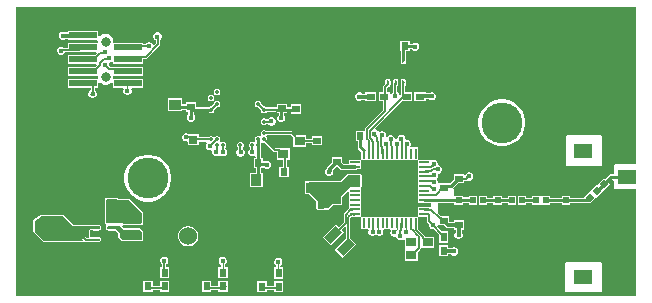
<source format=gtl>
G04*
G04 #@! TF.GenerationSoftware,Altium Limited,Altium Designer,22.8.2 (66)*
G04*
G04 Layer_Physical_Order=1*
G04 Layer_Color=255*
%FSLAX44Y44*%
%MOMM*%
G71*
G04*
G04 #@! TF.SameCoordinates,E765EAFB-E956-432D-8013-76C00557599A*
G04*
G04*
G04 #@! TF.FilePolarity,Positive*
G04*
G01*
G75*
%ADD13C,0.2540*%
%ADD15R,1.5000X1.2000*%
%ADD17R,0.8600X0.2200*%
%ADD18R,0.2200X0.8600*%
%ADD19R,0.6000X0.6400*%
%ADD20R,0.9000X1.0000*%
%ADD21R,0.6400X0.6000*%
%ADD22R,0.9000X0.8000*%
%ADD23R,0.7500X0.6000*%
G04:AMPARAMS|DCode=24|XSize=0.5mm|YSize=0.25mm|CornerRadius=0.125mm|HoleSize=0mm|Usage=FLASHONLY|Rotation=270.000|XOffset=0mm|YOffset=0mm|HoleType=Round|Shape=RoundedRectangle|*
%AMROUNDEDRECTD24*
21,1,0.5000,0.0000,0,0,270.0*
21,1,0.2500,0.2500,0,0,270.0*
1,1,0.2500,0.0000,-0.1250*
1,1,0.2500,0.0000,0.1250*
1,1,0.2500,0.0000,0.1250*
1,1,0.2500,0.0000,-0.1250*
%
%ADD24ROUNDEDRECTD24*%
%ADD25C,0.3500*%
%ADD26R,0.6000X0.7500*%
%ADD27R,0.4800X0.5400*%
%ADD28R,1.0000X0.9000*%
%ADD29R,0.5500X0.5400*%
%ADD30R,0.5400X0.5500*%
G04:AMPARAMS|DCode=31|XSize=0.54mm|YSize=0.48mm|CornerRadius=0mm|HoleSize=0mm|Usage=FLASHONLY|Rotation=225.000|XOffset=0mm|YOffset=0mm|HoleType=Round|Shape=Rectangle|*
%AMROTATEDRECTD31*
4,1,4,0.0212,0.3606,0.3606,0.0212,-0.0212,-0.3606,-0.3606,-0.0212,0.0212,0.3606,0.0*
%
%ADD31ROTATEDRECTD31*%

G04:AMPARAMS|DCode=32|XSize=0.54mm|YSize=0.55mm|CornerRadius=0mm|HoleSize=0mm|Usage=FLASHONLY|Rotation=315.000|XOffset=0mm|YOffset=0mm|HoleType=Round|Shape=Rectangle|*
%AMROTATEDRECTD32*
4,1,4,-0.3854,-0.0035,0.0035,0.3854,0.3854,0.0035,-0.0035,-0.3854,-0.3854,-0.0035,0.0*
%
%ADD32ROTATEDRECTD32*%

G04:AMPARAMS|DCode=33|XSize=0.75mm|YSize=1.4mm|CornerRadius=0mm|HoleSize=0mm|Usage=FLASHONLY|Rotation=315.000|XOffset=0mm|YOffset=0mm|HoleType=Round|Shape=Rectangle|*
%AMROTATEDRECTD33*
4,1,4,-0.7601,-0.2298,0.2298,0.7601,0.7601,0.2298,-0.2298,-0.7601,-0.7601,-0.2298,0.0*
%
%ADD33ROTATEDRECTD33*%

%ADD34R,0.7200X0.7600*%
G04:AMPARAMS|DCode=35|XSize=0.6mm|YSize=0.25mm|CornerRadius=0.05mm|HoleSize=0mm|Usage=FLASHONLY|Rotation=0.000|XOffset=0mm|YOffset=0mm|HoleType=Round|Shape=RoundedRectangle|*
%AMROUNDEDRECTD35*
21,1,0.6000,0.1500,0,0,0.0*
21,1,0.5000,0.2500,0,0,0.0*
1,1,0.1000,0.2500,-0.0750*
1,1,0.1000,-0.2500,-0.0750*
1,1,0.1000,-0.2500,0.0750*
1,1,0.1000,0.2500,0.0750*
%
%ADD35ROUNDEDRECTD35*%
%ADD36R,1.6000X0.6500*%
%ADD37R,2.4000X0.5600*%
%ADD38R,4.4500X4.4500*%
%ADD43R,1.3500X0.6500*%
%ADD56C,1.5240*%
%ADD58C,0.5000*%
%ADD59C,0.2501*%
%ADD60C,0.1270*%
%ADD61C,0.2032*%
%ADD62C,0.3048*%
%ADD63C,0.1016*%
%ADD64C,0.1524*%
%ADD65C,0.8128*%
%ADD66C,3.4544*%
%ADD67C,0.4500*%
G36*
X782821Y366098D02*
X764794D01*
X764016Y365776D01*
X763694Y364998D01*
Y358902D01*
X762835Y357657D01*
X761238D01*
X760354Y357481D01*
X759604Y356980D01*
X756390Y353766D01*
X755671Y354484D01*
X750416Y349229D01*
X749439Y348523D01*
X749299Y348662D01*
X744682Y344045D01*
X743973Y343336D01*
X743075Y342438D01*
X738572Y337935D01*
X727108D01*
Y339390D01*
X719676D01*
Y337890D01*
X709886D01*
Y339250D01*
X703356D01*
X702354Y339250D01*
X701084Y339250D01*
X694554D01*
Y337845D01*
X689806D01*
Y339250D01*
X682974D01*
Y331818D01*
X689806D01*
Y333223D01*
X694554D01*
Y331818D01*
X701084D01*
X702086Y331818D01*
X703356Y331818D01*
X709886D01*
Y333268D01*
X719676D01*
Y331858D01*
X727108D01*
Y333313D01*
X741008D01*
X741892Y333489D01*
X742430Y333848D01*
X743713Y332566D01*
X748330Y337183D01*
X749039Y337892D01*
X749937Y338790D01*
X754554Y343407D01*
X754541Y343420D01*
X755247Y344398D01*
X760502Y349653D01*
X759658Y350498D01*
X761674Y352515D01*
X763246Y352505D01*
X763694Y352044D01*
Y346456D01*
X764016Y345678D01*
X764794Y345356D01*
X782821D01*
Y254769D01*
X257309D01*
Y292121D01*
X257944Y499611D01*
X782821D01*
Y366098D01*
D02*
G37*
%LPC*%
G36*
X327468Y479050D02*
X301436D01*
Y477697D01*
X299695D01*
X299428Y477964D01*
X298134Y478500D01*
X296734D01*
X295440Y477964D01*
X294450Y476974D01*
X293914Y475680D01*
Y474280D01*
X294450Y472986D01*
X295440Y471996D01*
X296734Y471460D01*
X298134D01*
X299428Y471996D01*
X299949Y472517D01*
X301436D01*
Y471418D01*
X326447D01*
X326938Y470778D01*
Y469050D01*
X326815Y468890D01*
X301436D01*
Y464592D01*
X298576D01*
X297904Y465264D01*
X296610Y465800D01*
X295210D01*
X293916Y465264D01*
X292926Y464274D01*
X292390Y462980D01*
Y461580D01*
X292926Y460286D01*
X293916Y459296D01*
X295210Y458760D01*
X296610D01*
X297904Y459296D01*
X298894Y460286D01*
X299283Y461226D01*
X311017D01*
X311180Y461258D01*
X325819D01*
X326345Y459988D01*
X325087Y458730D01*
X301436D01*
Y451098D01*
X325819D01*
X326345Y449828D01*
X325087Y448570D01*
X301436D01*
Y440938D01*
X326815D01*
X326938Y440778D01*
Y439050D01*
X326447Y438410D01*
X301436D01*
Y430778D01*
X320897D01*
Y428817D01*
X320586Y428688D01*
X319596Y427698D01*
X319060Y426404D01*
Y425004D01*
X319596Y423710D01*
X320586Y422720D01*
X321880Y422184D01*
X323280D01*
X324574Y422720D01*
X325564Y423710D01*
X326100Y425004D01*
Y426404D01*
X325564Y427698D01*
X324574Y428688D01*
X324263Y428817D01*
Y430778D01*
X327468D01*
Y434869D01*
X328738Y435395D01*
X329472Y434661D01*
X330968Y433797D01*
X332638Y433350D01*
X334366D01*
X336036Y433797D01*
X337532Y434661D01*
X338266Y435395D01*
X339536Y434869D01*
Y430778D01*
X347941D01*
X348758Y429508D01*
X348524Y428944D01*
Y427544D01*
X349060Y426250D01*
X350050Y425260D01*
X351344Y424724D01*
X352744D01*
X354038Y425260D01*
X355028Y426250D01*
X355564Y427544D01*
Y428944D01*
X355330Y429508D01*
X356147Y430778D01*
X365568D01*
Y438410D01*
X340557D01*
X340066Y439050D01*
Y440778D01*
X340189Y440938D01*
X365568D01*
Y448570D01*
X350550D01*
X350387Y448602D01*
X337817D01*
X336768Y449388D01*
Y450788D01*
X336727Y450886D01*
X336742Y452156D01*
X337365Y452414D01*
X338036Y452692D01*
X338266Y452922D01*
X339536Y452396D01*
Y451098D01*
X365568D01*
Y455396D01*
X367360D01*
X368004Y455524D01*
X368550Y455889D01*
X379142Y466481D01*
X379507Y467027D01*
X379635Y467671D01*
Y471450D01*
X380428Y472243D01*
X380964Y473537D01*
Y474937D01*
X380428Y476231D01*
X379438Y477221D01*
X378144Y477757D01*
X376744D01*
X375450Y477221D01*
X374460Y476231D01*
X373924Y474937D01*
Y473537D01*
X374460Y472243D01*
X375450Y471253D01*
X376269Y470914D01*
Y468368D01*
X375022Y467121D01*
X373524Y467419D01*
X373316Y467921D01*
X372326Y468911D01*
X371032Y469447D01*
X369632D01*
X368338Y468911D01*
X367348Y467921D01*
X367219Y467610D01*
X365568D01*
Y468890D01*
X340189D01*
X340066Y469050D01*
Y470778D01*
X339619Y472448D01*
X338755Y473944D01*
X337532Y475167D01*
X336036Y476031D01*
X334366Y476478D01*
X332638D01*
X330968Y476031D01*
X329472Y475167D01*
X328738Y474433D01*
X327468Y474959D01*
Y479050D01*
D02*
G37*
G36*
X591118Y470504D02*
X583086D01*
Y462072D01*
X583309D01*
Y454355D01*
X583289Y454254D01*
X583310Y454151D01*
Y453004D01*
X583485Y452120D01*
X583986Y451370D01*
X584736Y450869D01*
X585620Y450694D01*
X586504Y450869D01*
X587254Y451370D01*
X587755Y452120D01*
X587930Y453004D01*
Y454071D01*
X587971Y454274D01*
Y462072D01*
X591118D01*
Y463604D01*
X592639D01*
X592646Y463588D01*
X593636Y462598D01*
X594930Y462062D01*
X596330D01*
X597624Y462598D01*
X598614Y463588D01*
X599150Y464882D01*
Y466282D01*
X598614Y467576D01*
X597624Y468566D01*
X596330Y469102D01*
X594930D01*
X593636Y468566D01*
X593336Y468266D01*
X591118D01*
Y470504D01*
D02*
G37*
G36*
X562896Y427434D02*
X553364D01*
Y426008D01*
X550774D01*
X550380Y426402D01*
X549086Y426938D01*
X547686D01*
X546392Y426402D01*
X545402Y425412D01*
X544866Y424118D01*
Y422718D01*
X545402Y421424D01*
X546392Y420434D01*
X547686Y419898D01*
X549086D01*
X550380Y420434D01*
X550774Y420828D01*
X553364D01*
Y419402D01*
X562896D01*
Y427434D01*
D02*
G37*
G36*
X585620Y438814D02*
X584736Y438638D01*
X583986Y438138D01*
X583485Y437388D01*
X583310Y436504D01*
Y434004D01*
X583485Y433120D01*
X583937Y432445D01*
Y427434D01*
X583590D01*
Y425039D01*
X582386Y424880D01*
X581850Y426174D01*
X580860Y427164D01*
X580676Y427240D01*
Y432319D01*
X580754Y432370D01*
X581255Y433120D01*
X581430Y434004D01*
Y436504D01*
X581255Y437388D01*
X580754Y438138D01*
X580004Y438638D01*
X579120Y438814D01*
X578236Y438638D01*
X577486Y438138D01*
X576986Y437388D01*
X576810Y436504D01*
Y434004D01*
X576986Y433120D01*
X577310Y432635D01*
Y427345D01*
X576872Y427164D01*
X575882Y426174D01*
X575666Y425653D01*
X574396Y425905D01*
Y427434D01*
X571913D01*
Y430917D01*
X572708Y431711D01*
X573504Y431870D01*
X574254Y432370D01*
X574754Y433120D01*
X574930Y434004D01*
Y436504D01*
X574754Y437388D01*
X574254Y438138D01*
X573504Y438638D01*
X572620Y438814D01*
X571736Y438638D01*
X570986Y438138D01*
X570485Y437388D01*
X570310Y436504D01*
Y434074D01*
X569040Y432804D01*
X568675Y432258D01*
X568547Y431614D01*
Y427434D01*
X564864D01*
Y419402D01*
X568547D01*
Y412177D01*
X553569Y397199D01*
X553204Y396653D01*
X553076Y396009D01*
Y394360D01*
X545214D01*
Y385928D01*
X546899D01*
Y381014D01*
X547077Y380122D01*
X547582Y379366D01*
X550084Y376864D01*
Y371104D01*
X550084Y369950D01*
X548930Y369950D01*
X539534D01*
Y366424D01*
X534993D01*
X533806Y367611D01*
Y371980D01*
X525374D01*
Y367611D01*
X521337Y363574D01*
X520776Y362734D01*
X520765Y362679D01*
X519907Y361821D01*
X519371Y360527D01*
Y359127D01*
X519907Y357833D01*
X520897Y356843D01*
X522191Y356307D01*
X523591D01*
X524885Y356843D01*
X525875Y357833D01*
X526411Y359127D01*
Y360527D01*
X526178Y361089D01*
X529036Y363948D01*
X530144D01*
X532089Y362003D01*
X532929Y361441D01*
X533920Y361244D01*
X544850D01*
X545841Y361441D01*
X546255Y361718D01*
X550166D01*
Y368714D01*
X550166Y369868D01*
X551320Y369868D01*
X597080D01*
X598234Y369868D01*
X598234Y368714D01*
Y357718D01*
Y345718D01*
Y333718D01*
X602637D01*
X602666Y333699D01*
X603550Y333523D01*
X608401D01*
X608754Y332994D01*
Y329950D01*
X598234D01*
Y322954D01*
X598234Y321800D01*
X597080Y321800D01*
X551320D01*
X550166Y321800D01*
X550166Y322954D01*
Y337718D01*
Y346767D01*
X550248Y346964D01*
Y356870D01*
X550166Y357067D01*
Y357950D01*
X549196D01*
X549148Y357970D01*
X538988D01*
X538210Y357648D01*
X532436Y351874D01*
X505714D01*
X505338Y351718D01*
X502492D01*
Y340686D01*
X505611D01*
X511980Y334316D01*
Y328676D01*
X512194Y328160D01*
Y327508D01*
X520226D01*
Y327576D01*
X522224D01*
X523002Y327898D01*
X526621Y331518D01*
X533806D01*
Y332292D01*
X533992Y332740D01*
Y338634D01*
X538361Y343003D01*
X539534Y342517D01*
Y337718D01*
Y328609D01*
X539460Y328559D01*
X535512Y324611D01*
X535147Y324065D01*
X535019Y323421D01*
Y317181D01*
X531020Y313183D01*
X528794Y315409D01*
X517457Y304072D01*
X524197Y297332D01*
X535534Y308669D01*
X533400Y310802D01*
X536190Y313591D01*
X537363Y313105D01*
Y303472D01*
X527710Y293819D01*
X534450Y287079D01*
X545787Y298416D01*
X540730Y303472D01*
Y320533D01*
X541915Y321718D01*
X543397D01*
X543560Y321686D01*
X543722Y321718D01*
X548930D01*
X550084Y321718D01*
X550084Y320564D01*
Y311168D01*
X555332D01*
X556180Y309898D01*
X556042Y309564D01*
Y308164D01*
X556578Y306870D01*
X557568Y305880D01*
X558862Y305344D01*
X560262D01*
X561556Y305880D01*
X562480Y306804D01*
X563338Y305947D01*
X564631Y305411D01*
X566032D01*
X567326Y305947D01*
X568316Y306937D01*
X568852Y308231D01*
Y309631D01*
X568741Y309898D01*
X569590Y311168D01*
X574279D01*
X574933Y309898D01*
X574584Y309056D01*
Y307656D01*
X575120Y306362D01*
X576110Y305372D01*
X577404Y304836D01*
X578804D01*
X579943Y303933D01*
X580200Y303314D01*
X581190Y302324D01*
X582484Y301788D01*
X583884D01*
X585178Y302324D01*
X585654Y302800D01*
X586924Y302274D01*
Y294870D01*
X586924Y294870D01*
Y293902D01*
X586924D01*
X586924Y293600D01*
Y283870D01*
X597956D01*
Y292029D01*
X599781Y293855D01*
X599962Y294126D01*
X600924Y294870D01*
X611956D01*
Y304902D01*
X604130D01*
X604130Y304903D01*
X603765Y305449D01*
X602204Y307011D01*
X602067Y307215D01*
X599761Y309521D01*
X599557Y309658D01*
X599000Y310214D01*
X598316Y311168D01*
X598316D01*
X598316Y311168D01*
Y320564D01*
X598316Y321718D01*
X599470Y321718D01*
X605532D01*
Y317749D01*
X605660Y317105D01*
X606025Y316559D01*
X607374Y315210D01*
X607350Y315152D01*
Y313752D01*
X607886Y312458D01*
X608876Y311468D01*
X610170Y310932D01*
X611570D01*
X611628Y310956D01*
X615744Y306839D01*
Y299688D01*
X623776D01*
Y309220D01*
X618125D01*
X614395Y312950D01*
X614448Y313151D01*
X614902Y314262D01*
X615685Y314418D01*
X615685Y314418D01*
X620313D01*
X621939Y312793D01*
X622779Y312231D01*
X623770Y312034D01*
X628244D01*
Y310608D01*
X629870D01*
Y308712D01*
X629476Y308318D01*
X628940Y307024D01*
Y305624D01*
X629476Y304330D01*
X630466Y303340D01*
X631760Y302804D01*
X633160D01*
X634454Y303340D01*
X635444Y304330D01*
X635980Y305624D01*
Y307024D01*
X635444Y308318D01*
X635050Y308712D01*
Y310608D01*
X636676D01*
Y318640D01*
X628244D01*
Y317214D01*
X624843D01*
X623976Y318081D01*
Y322450D01*
X617976D01*
X617776Y322490D01*
X617776Y322490D01*
X617603D01*
X614830Y325263D01*
X614950Y325866D01*
X615272Y326644D01*
Y332994D01*
X615625Y333523D01*
X628744D01*
Y331768D01*
X636176D01*
Y333523D01*
X641154D01*
Y331818D01*
X647986D01*
Y339250D01*
X641154D01*
Y338145D01*
X636176D01*
Y339300D01*
X629399D01*
X628744Y339300D01*
X628226Y340355D01*
Y345440D01*
X627904Y346218D01*
X628671Y347109D01*
X631540Y349978D01*
X636676D01*
Y351922D01*
X638822D01*
X638822Y351922D01*
X639615Y352080D01*
X640246Y352501D01*
X640650Y352334D01*
X642050D01*
X643344Y352870D01*
X644334Y353860D01*
X644870Y355154D01*
Y356554D01*
X644334Y357848D01*
X643344Y358838D01*
X642050Y359374D01*
X640650D01*
X639356Y358838D01*
X638366Y357848D01*
X637946Y356834D01*
X636676Y357087D01*
Y358010D01*
X628244D01*
Y353274D01*
X625405Y350435D01*
X621490D01*
X621265Y350390D01*
X616071D01*
X615507Y350448D01*
X614898Y351392D01*
Y351910D01*
X614362Y353204D01*
X614494Y354853D01*
X614621Y354980D01*
X615157Y356274D01*
Y357674D01*
X615523Y358223D01*
X615585D01*
X616879Y358759D01*
X617869Y359749D01*
X618405Y361043D01*
Y362443D01*
X617869Y363737D01*
X616879Y364727D01*
X615585Y365263D01*
X615354D01*
X615041Y365731D01*
Y367131D01*
X614506Y368425D01*
X613515Y369415D01*
X612222Y369951D01*
X610821D01*
X610136Y369667D01*
X608866Y369950D01*
Y369950D01*
X608866Y369950D01*
X599470D01*
X598316Y369950D01*
X598316Y371104D01*
Y380500D01*
X592206D01*
X591537Y381770D01*
X591875Y382586D01*
Y383986D01*
X591339Y385280D01*
X590349Y386270D01*
X589055Y386806D01*
X587655D01*
X587336Y387979D01*
Y388202D01*
X586801Y389496D01*
X585810Y390486D01*
X584517Y391022D01*
X583116D01*
X581823Y390486D01*
X580832Y389496D01*
X580297Y388202D01*
Y387403D01*
X579677Y387201D01*
X578576Y387796D01*
X578040Y389090D01*
X577050Y390080D01*
X575756Y390616D01*
X574356D01*
X573062Y390080D01*
X572324Y389342D01*
X572072Y389090D01*
X570974Y389652D01*
X571159Y390097D01*
Y391497D01*
X570623Y392791D01*
X569633Y393781D01*
X568339Y394317D01*
X566939D01*
X565645Y393781D01*
X565478Y393615D01*
X564233Y393862D01*
X564184Y393979D01*
X563194Y394969D01*
X562322Y395331D01*
X561873Y396679D01*
X584597Y419402D01*
X593122D01*
Y427434D01*
X587303D01*
Y432445D01*
X587755Y433120D01*
X587930Y434004D01*
Y436504D01*
X587755Y437388D01*
X587254Y438138D01*
X586504Y438638D01*
X585620Y438814D01*
D02*
G37*
G36*
X428323Y430032D02*
X427222D01*
X426206Y429611D01*
X425428Y428833D01*
X425006Y427816D01*
Y426716D01*
X425428Y425699D01*
X426206Y424921D01*
X427222Y424500D01*
X428323D01*
X429339Y424921D01*
X430117Y425699D01*
X430538Y426716D01*
Y427816D01*
X430117Y428833D01*
X429339Y429611D01*
X428323Y430032D01*
D02*
G37*
G36*
X604622Y427434D02*
X595090D01*
Y419402D01*
X604622D01*
Y420955D01*
X607593D01*
X607860Y420688D01*
X609154Y420152D01*
X610554D01*
X611848Y420688D01*
X612838Y421678D01*
X613374Y422972D01*
Y424372D01*
X612838Y425666D01*
X611848Y426656D01*
X610554Y427192D01*
X609154D01*
X607860Y426656D01*
X607339Y426135D01*
X604622D01*
Y427434D01*
D02*
G37*
G36*
X423323Y425032D02*
X422222D01*
X421206Y424611D01*
X420428Y423833D01*
X420006Y422816D01*
Y421716D01*
X420428Y420699D01*
X421206Y419921D01*
X422222Y419500D01*
X423323D01*
X424339Y419921D01*
X425117Y420699D01*
X425538Y421716D01*
Y422816D01*
X425117Y423833D01*
X424339Y424611D01*
X423323Y425032D01*
D02*
G37*
G36*
X398192Y421930D02*
X386160D01*
Y410898D01*
X398192D01*
Y412369D01*
X401930D01*
Y410684D01*
X403688D01*
Y408412D01*
X402908Y407632D01*
X402372Y406338D01*
Y404938D01*
X402908Y403644D01*
X403898Y402654D01*
X405192Y402118D01*
X406592D01*
X407886Y402654D01*
X408876Y403644D01*
X409412Y404938D01*
Y406338D01*
X408876Y407632D01*
X408350Y408158D01*
Y409582D01*
X408780Y409935D01*
X421192D01*
X421206Y409921D01*
X422222Y409500D01*
X423323D01*
X424339Y409921D01*
X425117Y410699D01*
X425538Y411716D01*
Y412468D01*
X427570Y414500D01*
X428323D01*
X429339Y414921D01*
X430117Y415699D01*
X430538Y416716D01*
Y417816D01*
X430117Y418833D01*
X429339Y419611D01*
X428323Y420032D01*
X427222D01*
X426206Y419611D01*
X425428Y418833D01*
X425006Y417816D01*
Y417064D01*
X422975Y415032D01*
X422222D01*
X421206Y414611D01*
X421192Y414597D01*
X410362D01*
Y418716D01*
X401930D01*
Y417031D01*
X398192D01*
Y421930D01*
D02*
G37*
G36*
X463323Y420032D02*
X462222D01*
X461206Y419611D01*
X460428Y418833D01*
X460006Y417816D01*
Y416716D01*
X460428Y415699D01*
X461206Y414921D01*
X462222Y414500D01*
X462975D01*
X465006Y412468D01*
Y411716D01*
X465428Y410699D01*
X466206Y409921D01*
X467222Y409500D01*
X468323D01*
X469339Y409921D01*
X470055Y410637D01*
X476198D01*
X476708Y410296D01*
X477600Y410119D01*
X478384D01*
Y409414D01*
X480108D01*
X480128Y408144D01*
X479362Y407378D01*
X478826Y406084D01*
Y404684D01*
X479362Y403390D01*
X480352Y402400D01*
X481646Y401864D01*
X483046D01*
X484340Y402400D01*
X485330Y403390D01*
X485866Y404684D01*
Y406084D01*
X485330Y407378D01*
X484804Y407904D01*
Y409414D01*
X486816D01*
Y410119D01*
X490576D01*
Y409070D01*
X499008D01*
Y417102D01*
X490576D01*
Y414781D01*
X486816D01*
Y417446D01*
X478384D01*
Y414781D01*
X477600D01*
X476708Y414603D01*
X476198Y414263D01*
X469688D01*
X469339Y414611D01*
X468323Y415032D01*
X467570D01*
X465538Y417064D01*
Y417816D01*
X465117Y418833D01*
X464339Y419611D01*
X463323Y420032D01*
D02*
G37*
G36*
X474664Y405856D02*
X473264D01*
X471970Y405320D01*
X470980Y404330D01*
X469663Y404287D01*
X469339Y404611D01*
X468323Y405032D01*
X467222D01*
X466206Y404611D01*
X465428Y403833D01*
X465006Y402816D01*
Y401716D01*
X465428Y400699D01*
X466206Y399921D01*
X467222Y399500D01*
X468323D01*
X469339Y399921D01*
X469692Y400274D01*
X470980Y400342D01*
X471970Y399352D01*
X473264Y398816D01*
X474664D01*
X475958Y399352D01*
X476948Y400342D01*
X477484Y401636D01*
Y403036D01*
X476948Y404330D01*
X475958Y405320D01*
X474664Y405856D01*
D02*
G37*
G36*
X468323Y395032D02*
X467222D01*
X466206Y394611D01*
X465428Y393833D01*
X465006Y392816D01*
Y391716D01*
X465428Y390699D01*
X465531Y390596D01*
X465633Y390447D01*
X465589Y390262D01*
X464907Y389813D01*
X464212Y389664D01*
X463323Y390032D01*
X462222D01*
X461206Y389611D01*
X460428Y388833D01*
X460006Y387816D01*
Y386716D01*
X460254Y386118D01*
X459671Y384959D01*
X459524Y384815D01*
X459172Y384680D01*
X458323Y385032D01*
X457222D01*
X456206Y384611D01*
X455428Y383833D01*
X455006Y382816D01*
Y381716D01*
X455428Y380699D01*
X455450Y380677D01*
X455714Y379412D01*
X454724Y378422D01*
X454188Y377128D01*
Y375728D01*
X454724Y374434D01*
X455714Y373444D01*
X457008Y372908D01*
X458408D01*
X459220Y373245D01*
X460490Y372573D01*
Y371246D01*
X458854D01*
Y362814D01*
X460539D01*
Y359076D01*
X455640D01*
Y347044D01*
X466672D01*
Y359076D01*
X465201D01*
Y362814D01*
X466886D01*
Y362814D01*
X468086Y362685D01*
X469380Y362149D01*
X470780D01*
X472074Y362685D01*
X473064Y363675D01*
X473600Y364969D01*
Y366369D01*
X473064Y367663D01*
X472074Y368653D01*
X470780Y369189D01*
X469380D01*
X468086Y368653D01*
X466886Y369216D01*
Y371246D01*
X465152D01*
Y380783D01*
X465538Y381716D01*
Y382816D01*
X465291Y383414D01*
X465874Y384572D01*
X466021Y384717D01*
X466373Y384852D01*
X467222Y384500D01*
X468158D01*
X475403Y377255D01*
X475949Y376890D01*
X476594Y376762D01*
X478354D01*
Y370064D01*
X484137D01*
Y364134D01*
X480706D01*
Y355702D01*
X488738D01*
Y364134D01*
X487503D01*
Y370064D01*
X489386D01*
Y380096D01*
X480238D01*
X480075Y380128D01*
X477291D01*
X470538Y386881D01*
Y387816D01*
X470117Y388833D01*
X470014Y388936D01*
X469636Y389488D01*
X470300Y390583D01*
X490487D01*
X492354Y388715D01*
Y381064D01*
X503386D01*
Y384397D01*
X508356D01*
Y382146D01*
X516788D01*
Y390178D01*
X508356D01*
Y387763D01*
X503386D01*
Y391096D01*
X494735D01*
X492374Y393456D01*
X491828Y393821D01*
X491184Y393949D01*
X470001D01*
X469339Y394611D01*
X468323Y395032D01*
D02*
G37*
G36*
X670983Y421092D02*
X667089D01*
X663269Y420332D01*
X659670Y418842D01*
X656432Y416678D01*
X653678Y413924D01*
X651514Y410686D01*
X650024Y407087D01*
X649264Y403267D01*
Y399373D01*
X650024Y395553D01*
X651514Y391954D01*
X653678Y388716D01*
X656432Y385962D01*
X659670Y383798D01*
X663269Y382308D01*
X667089Y381548D01*
X670983D01*
X674803Y382308D01*
X678401Y383798D01*
X681640Y385962D01*
X684394Y388716D01*
X686558Y391954D01*
X688048Y395553D01*
X688808Y399373D01*
Y403267D01*
X688048Y407087D01*
X686558Y410686D01*
X684394Y413924D01*
X681640Y416678D01*
X678401Y418842D01*
X674803Y420332D01*
X670983Y421092D01*
D02*
G37*
G36*
X402441Y392561D02*
X401041D01*
X399747Y392025D01*
X398757Y391035D01*
X398221Y389741D01*
Y388341D01*
X398757Y387047D01*
X399747Y386057D01*
X401041Y385521D01*
X402441D01*
X403308Y384941D01*
Y382100D01*
X412540D01*
Y385194D01*
X418806D01*
X419332Y383924D01*
X418944Y383536D01*
X418408Y382242D01*
Y380842D01*
X418944Y379548D01*
X419934Y378558D01*
X421228Y378022D01*
X422628D01*
X422752Y378073D01*
X423754Y377174D01*
Y375774D01*
X424290Y374480D01*
X425280Y373490D01*
X426574Y372954D01*
X427974D01*
X429268Y373490D01*
X430139Y374361D01*
X431050Y373450D01*
X432344Y372914D01*
X433744D01*
X435038Y373450D01*
X436028Y374440D01*
X436564Y375734D01*
Y377134D01*
X436028Y378428D01*
X435038Y379418D01*
X435116Y380673D01*
X435139Y380751D01*
X435538Y381716D01*
Y382816D01*
X435117Y383833D01*
X434339Y384611D01*
X433323Y385032D01*
X432222D01*
X431206Y384611D01*
X431102Y384507D01*
X430953Y384406D01*
X430768Y384450D01*
X430320Y385131D01*
X430170Y385827D01*
X430538Y386716D01*
Y387816D01*
X430117Y388833D01*
X429339Y389611D01*
X428323Y390032D01*
X427222D01*
X426206Y389611D01*
X426102Y389507D01*
X425272Y388939D01*
X424443Y389507D01*
X424339Y389611D01*
X423323Y390032D01*
X422222D01*
X421206Y389611D01*
X420933Y389338D01*
X412540D01*
Y391732D01*
X404028D01*
X403735Y392025D01*
X402441Y392561D01*
D02*
G37*
G36*
X448323Y385032D02*
X447222D01*
X446206Y384611D01*
X445428Y383833D01*
X445006Y382816D01*
Y381716D01*
X445428Y380699D01*
X445673Y380454D01*
X445808Y379158D01*
X444818Y378168D01*
X444282Y376874D01*
Y375474D01*
X444818Y374180D01*
X445808Y373190D01*
X447102Y372654D01*
X448502D01*
X449796Y373190D01*
X450786Y374180D01*
X451322Y375474D01*
Y376874D01*
X450786Y378168D01*
X449796Y379158D01*
X449884Y380466D01*
X450117Y380699D01*
X450538Y381716D01*
Y382816D01*
X450117Y383833D01*
X449339Y384611D01*
X448323Y385032D01*
D02*
G37*
G36*
X753110Y390609D02*
X724154D01*
X723376Y390287D01*
X723054Y389509D01*
Y384556D01*
Y370078D01*
Y365379D01*
X723376Y364601D01*
X724154Y364279D01*
X753110D01*
X753888Y364601D01*
X754210Y365379D01*
Y370332D01*
Y389509D01*
X753888Y390287D01*
X753110Y390609D01*
D02*
G37*
G36*
X681006Y339250D02*
X674174D01*
Y337755D01*
X669196D01*
Y339210D01*
X661764D01*
Y337845D01*
X656786D01*
Y339250D01*
X649954D01*
Y331818D01*
X656786D01*
Y333223D01*
X661764D01*
Y331678D01*
X669196D01*
Y333133D01*
X674174D01*
Y331818D01*
X681006D01*
Y339250D01*
D02*
G37*
G36*
X371263Y374102D02*
X367369D01*
X363549Y373342D01*
X359950Y371852D01*
X356712Y369688D01*
X353958Y366934D01*
X351794Y363695D01*
X350304Y360097D01*
X349544Y356277D01*
Y352383D01*
X350304Y348563D01*
X351794Y344964D01*
X353958Y341726D01*
X356712Y338972D01*
X359950Y336808D01*
X363549Y335318D01*
X367369Y334558D01*
X371263D01*
X375083Y335318D01*
X378681Y336808D01*
X381920Y338972D01*
X384674Y341726D01*
X386838Y344964D01*
X388328Y348563D01*
X389088Y352383D01*
Y356277D01*
X388328Y360097D01*
X386838Y363695D01*
X384674Y366934D01*
X381920Y369688D01*
X378681Y371852D01*
X375083Y373342D01*
X371263Y374102D01*
D02*
G37*
G36*
X578912Y342935D02*
X578218Y342797D01*
X577630Y342404D01*
X577237Y341816D01*
X577099Y341122D01*
Y337255D01*
X570726Y330882D01*
X570333Y330294D01*
X570195Y329600D01*
Y329438D01*
X570333Y328744D01*
X570726Y328156D01*
X571314Y327763D01*
X572008Y327625D01*
X572702Y327763D01*
X573290Y328156D01*
X573616Y328644D01*
X580194Y335222D01*
X580297Y335377D01*
X581575Y335665D01*
X581845Y335625D01*
X583334Y334137D01*
X583426Y333998D01*
X583565Y333905D01*
X586918Y330552D01*
X587506Y330159D01*
X588200Y330021D01*
X588894Y330159D01*
X589482Y330552D01*
X589875Y331140D01*
X590013Y331834D01*
X589875Y332528D01*
X589482Y333116D01*
X586036Y336562D01*
X586008Y336580D01*
X585990Y336608D01*
X580194Y342404D01*
X579606Y342797D01*
X578912Y342935D01*
D02*
G37*
G36*
X297688Y323426D02*
X279618Y323426D01*
X279332Y323307D01*
X279027Y323254D01*
X272968Y319398D01*
X272896Y319295D01*
X272780Y319247D01*
X272662Y318962D01*
X272484Y318708D01*
X272506Y318585D01*
X272458Y318470D01*
Y309118D01*
X272780Y308340D01*
X280908Y300212D01*
X281686Y299890D01*
X313931Y299890D01*
X314133Y299974D01*
X314352D01*
X314507Y300129D01*
X314709Y300212D01*
X314725Y300252D01*
X314745Y300275D01*
X315624Y300723D01*
X316074Y300825D01*
X316718Y300697D01*
X321724D01*
X321818Y300470D01*
X322978Y299989D01*
X327978D01*
X329138Y300470D01*
X329619Y301630D01*
Y303130D01*
X329138Y304290D01*
X327978Y304771D01*
X322978D01*
X321818Y304290D01*
X320632Y304746D01*
Y309932D01*
X320750Y310050D01*
X322830D01*
X322978Y309989D01*
X327978D01*
X328126Y310050D01*
X328168D01*
X328946Y310372D01*
X328975Y310402D01*
X329138Y310470D01*
X329619Y311630D01*
Y313130D01*
X329522Y313365D01*
Y313690D01*
X329200Y314468D01*
X328422Y314790D01*
X306779D01*
X305868Y315702D01*
X305539Y315837D01*
X305404Y316166D01*
X298466Y323104D01*
X297688Y323426D01*
D02*
G37*
G36*
X344244Y337232D02*
X333212D01*
Y335649D01*
X333164Y335534D01*
Y316230D01*
X333486Y315452D01*
X333728Y315352D01*
X334260Y314744D01*
X334253Y313865D01*
X334180Y313690D01*
Y311150D01*
X334502Y310372D01*
X335280Y310050D01*
X335830D01*
X335978Y309989D01*
X340978D01*
X341126Y310050D01*
X341936D01*
X344340Y307647D01*
Y304292D01*
X344662Y303514D01*
X346948Y301228D01*
X347726Y300906D01*
X364236D01*
X365014Y301228D01*
X365086Y301404D01*
X365124D01*
Y301495D01*
X365336Y302006D01*
Y309118D01*
X365124Y309629D01*
Y309936D01*
X364973D01*
X363490Y311420D01*
X362712Y311742D01*
X349451D01*
X347559Y313634D01*
X348085Y314904D01*
X365124D01*
Y315719D01*
X365336Y316230D01*
Y324612D01*
X365014Y325390D01*
X354092Y336312D01*
X353314Y336634D01*
X344244D01*
Y337232D01*
D02*
G37*
G36*
X404489Y313944D02*
X402215D01*
X400019Y313356D01*
X398049Y312218D01*
X396441Y310611D01*
X395304Y308641D01*
X394716Y306445D01*
Y304171D01*
X395304Y301975D01*
X396441Y300005D01*
X398049Y298398D01*
X400019Y297260D01*
X402215Y296672D01*
X404489D01*
X406685Y297260D01*
X408655Y298398D01*
X410262Y300005D01*
X411399Y301975D01*
X411988Y304171D01*
Y306445D01*
X411399Y308641D01*
X410262Y310611D01*
X408655Y312218D01*
X406685Y313356D01*
X404489Y313944D01*
D02*
G37*
G36*
X623776Y297720D02*
X615744D01*
Y288188D01*
X623776D01*
Y290364D01*
X625664D01*
X625666Y290360D01*
X626656Y289370D01*
X627950Y288834D01*
X629350D01*
X630644Y289370D01*
X631634Y290360D01*
X632170Y291654D01*
Y293054D01*
X631634Y294348D01*
X630644Y295338D01*
X629350Y295874D01*
X627950D01*
X627153Y295544D01*
X623776D01*
Y297720D01*
D02*
G37*
G36*
X433516Y287746D02*
X432116D01*
X430822Y287210D01*
X429832Y286220D01*
X429296Y284926D01*
Y283526D01*
X429832Y282232D01*
X430822Y281242D01*
X431166Y281099D01*
Y278994D01*
X429054D01*
Y269462D01*
X437086D01*
Y278994D01*
X434466D01*
Y281099D01*
X434810Y281242D01*
X435800Y282232D01*
X436336Y283526D01*
Y284926D01*
X435800Y286220D01*
X434810Y287210D01*
X433516Y287746D01*
D02*
G37*
G36*
X383986Y288000D02*
X382586D01*
X381292Y287464D01*
X380302Y286474D01*
X379766Y285180D01*
Y283780D01*
X380302Y282486D01*
X381292Y281496D01*
X381603Y281367D01*
Y278994D01*
X379524D01*
Y269462D01*
X387556D01*
Y278994D01*
X384969D01*
Y281367D01*
X385280Y281496D01*
X386270Y282486D01*
X386806Y283780D01*
Y285180D01*
X386270Y286474D01*
X385280Y287464D01*
X383986Y288000D01*
D02*
G37*
G36*
X480506Y286984D02*
X479106D01*
X477812Y286448D01*
X476822Y285458D01*
X476286Y284164D01*
Y282764D01*
X476822Y281470D01*
X477812Y280480D01*
X478156Y280337D01*
Y278740D01*
X476044D01*
Y269208D01*
X484076D01*
Y278740D01*
X481456D01*
Y280337D01*
X481800Y280480D01*
X482790Y281470D01*
X483326Y282764D01*
Y284164D01*
X482790Y285458D01*
X481800Y286448D01*
X480506Y286984D01*
D02*
G37*
G36*
X484076Y267240D02*
X476044D01*
Y262633D01*
X470106D01*
Y267240D01*
X462074D01*
Y257708D01*
X470106D01*
Y259267D01*
X476044D01*
Y257708D01*
X484076D01*
Y267240D01*
D02*
G37*
G36*
X437086Y267494D02*
X429054D01*
Y262633D01*
X423116D01*
Y267494D01*
X415084D01*
Y257962D01*
X423116D01*
Y259267D01*
X429054D01*
Y257962D01*
X437086D01*
Y267494D01*
D02*
G37*
G36*
X387556D02*
X379524D01*
Y262633D01*
X373586D01*
Y267494D01*
X365554D01*
Y257962D01*
X373586D01*
Y259267D01*
X379524D01*
Y257962D01*
X387556D01*
Y267494D01*
D02*
G37*
G36*
X752602Y283040D02*
X723646D01*
X722868Y282718D01*
X722546Y281940D01*
Y259334D01*
X722868Y258556D01*
X723355Y258355D01*
X723376Y258302D01*
X724154Y257980D01*
X753110D01*
X753888Y258302D01*
X754210Y259080D01*
Y281686D01*
X753888Y282464D01*
X753401Y282665D01*
X753380Y282718D01*
X752602Y283040D01*
D02*
G37*
%LPD*%
G36*
X549148Y347218D02*
Y346964D01*
X540766D01*
X539752Y345950D01*
X539534D01*
Y345732D01*
X532892Y339090D01*
Y332740D01*
X526288D01*
X522224Y328676D01*
X513080D01*
Y334772D01*
X505206Y342646D01*
Y350266D01*
X505714Y350774D01*
X532892D01*
X538988Y356870D01*
X549148D01*
Y347218D01*
D02*
G37*
G36*
X304626Y315388D02*
Y314924D01*
X305090D01*
X306324Y313690D01*
X328422D01*
Y311404D01*
X328168Y311150D01*
X320294D01*
X319532Y310388D01*
Y304292D01*
X319303Y304063D01*
X317415D01*
X313356Y308122D01*
X312810Y308487D01*
X312166Y308615D01*
X311909Y308564D01*
X311794Y308641D01*
X311150Y308769D01*
X310506Y308641D01*
X309960Y308276D01*
X309595Y307730D01*
X309467Y307086D01*
Y306932D01*
X309595Y306288D01*
X309960Y305742D01*
X310506Y305377D01*
X311150Y305249D01*
X311416Y305301D01*
X314457Y302260D01*
X313931Y300990D01*
X281686Y300990D01*
X273558Y309118D01*
Y318470D01*
X279618Y322326D01*
X297688Y322326D01*
X304626Y315388D01*
D02*
G37*
G36*
X364236Y324612D02*
Y316230D01*
X334264D01*
Y335534D01*
X353314D01*
X364236Y324612D01*
D02*
G37*
G36*
X348996Y310642D02*
X362712D01*
X364236Y309118D01*
Y302006D01*
X347726D01*
X345440Y304292D01*
Y308102D01*
X342392Y311150D01*
X335280D01*
Y313690D01*
X345948D01*
X348996Y310642D01*
D02*
G37*
D13*
X462870Y353142D02*
Y367030D01*
X469705Y366044D02*
X470080Y365669D01*
X462870Y367030D02*
X463856Y366044D01*
X469705D01*
X462821Y367079D02*
Y382217D01*
X462772Y382266D02*
X462821Y382217D01*
X621490Y348104D02*
X626370D01*
X632460Y354194D02*
Y355092D01*
X626370Y348104D02*
X632260Y353994D01*
X632460Y354194D01*
X549230Y389836D02*
X549284Y389890D01*
X549230Y381014D02*
Y389836D01*
Y381014D02*
X552030Y378214D01*
X619760Y346374D02*
X621490Y348104D01*
X482473Y412450D02*
X495680D01*
X391160Y416306D02*
X392766Y414700D01*
X406400Y414646D02*
Y415036D01*
X477600Y412450D02*
X482473D01*
Y413303D01*
Y405511D02*
Y412450D01*
Y413303D02*
X482600Y413430D01*
X482346Y405384D02*
X482473Y405511D01*
X406019Y405765D02*
Y414573D01*
X406146Y414700D01*
X405892Y405638D02*
X406019Y405765D01*
X392766Y414700D02*
X406146D01*
X406400Y414646D02*
X408780Y412266D01*
X422772D01*
X587102Y466288D02*
X587455Y465935D01*
X595277D01*
X595630Y465582D01*
X585620Y454254D02*
X585640Y454274D01*
Y465244D01*
X586740Y466344D01*
X462534Y352806D02*
X462870Y353142D01*
X495680Y412450D02*
X496570Y413340D01*
X462821Y367079D02*
X462870Y367030D01*
X462772Y382266D02*
Y387266D01*
D15*
X775316Y377530D02*
D03*
Y355530D02*
D03*
X738016Y377530D02*
D03*
Y270530D02*
D03*
D17*
X544850Y323834D02*
D03*
Y327834D02*
D03*
Y331834D02*
D03*
Y335834D02*
D03*
Y339834D02*
D03*
Y343834D02*
D03*
Y347834D02*
D03*
Y351834D02*
D03*
Y355834D02*
D03*
Y359834D02*
D03*
Y363834D02*
D03*
Y367834D02*
D03*
X603550D02*
D03*
Y363834D02*
D03*
Y359834D02*
D03*
Y355834D02*
D03*
Y351834D02*
D03*
Y347834D02*
D03*
Y343834D02*
D03*
Y339834D02*
D03*
Y335834D02*
D03*
Y331834D02*
D03*
Y327834D02*
D03*
Y323834D02*
D03*
D18*
X552200Y375184D02*
D03*
X556200D02*
D03*
X560200D02*
D03*
X564200D02*
D03*
X568200D02*
D03*
X572200D02*
D03*
X576200D02*
D03*
X580200D02*
D03*
X584200D02*
D03*
X588200D02*
D03*
X592200D02*
D03*
X596200D02*
D03*
Y316484D02*
D03*
X592200D02*
D03*
X588200D02*
D03*
X584200D02*
D03*
X580200D02*
D03*
X576200D02*
D03*
X572200D02*
D03*
X568200D02*
D03*
X564200D02*
D03*
X560200D02*
D03*
X556200D02*
D03*
X552200D02*
D03*
D19*
X587102Y466288D02*
D03*
X578302D02*
D03*
X484722Y359918D02*
D03*
X493522D02*
D03*
X462870Y367030D02*
D03*
X454070D02*
D03*
X549230Y390144D02*
D03*
X540430D02*
D03*
X516210Y331724D02*
D03*
X507410D02*
D03*
D20*
X461156Y353060D02*
D03*
X447656D02*
D03*
X325228Y331216D02*
D03*
X338728D02*
D03*
D21*
X512572Y386162D02*
D03*
Y377362D02*
D03*
X494792Y413086D02*
D03*
Y404286D02*
D03*
X482600Y413430D02*
D03*
Y422230D02*
D03*
X632460Y362794D02*
D03*
Y353994D02*
D03*
Y314624D02*
D03*
Y323424D02*
D03*
X619760Y355174D02*
D03*
Y346374D02*
D03*
Y318434D02*
D03*
Y327234D02*
D03*
X529590Y326734D02*
D03*
Y335534D02*
D03*
Y367964D02*
D03*
Y376764D02*
D03*
Y347644D02*
D03*
Y356444D02*
D03*
X406146Y414700D02*
D03*
Y423500D02*
D03*
D22*
X483870Y386080D02*
D03*
X497870D02*
D03*
Y375080D02*
D03*
X483870D02*
D03*
X592440Y288886D02*
D03*
X606440D02*
D03*
Y299886D02*
D03*
X592440D02*
D03*
D23*
X569630Y423418D02*
D03*
X558130D02*
D03*
X588356D02*
D03*
X599856D02*
D03*
D24*
X585620Y435254D02*
D03*
X579120D02*
D03*
X572620D02*
D03*
Y454254D02*
D03*
X579120D02*
D03*
X585620D02*
D03*
D25*
X467772Y387266D02*
D03*
Y392266D02*
D03*
Y397266D02*
D03*
Y402266D02*
D03*
Y407266D02*
D03*
Y412266D02*
D03*
Y417266D02*
D03*
Y422266D02*
D03*
X462772Y382266D02*
D03*
Y387266D02*
D03*
Y392266D02*
D03*
Y402266D02*
D03*
Y407266D02*
D03*
Y412266D02*
D03*
Y417266D02*
D03*
Y422266D02*
D03*
Y427266D02*
D03*
X457772Y382266D02*
D03*
Y387266D02*
D03*
Y427266D02*
D03*
X452772Y382266D02*
D03*
Y427266D02*
D03*
X447772Y382266D02*
D03*
Y387266D02*
D03*
Y427266D02*
D03*
X442772Y382266D02*
D03*
Y387266D02*
D03*
Y427266D02*
D03*
X437772Y382266D02*
D03*
Y427266D02*
D03*
X432772Y382266D02*
D03*
Y387266D02*
D03*
Y427266D02*
D03*
X427772Y382266D02*
D03*
Y387266D02*
D03*
Y392266D02*
D03*
Y402266D02*
D03*
Y407266D02*
D03*
Y412266D02*
D03*
Y417266D02*
D03*
Y422266D02*
D03*
Y427266D02*
D03*
X422772Y387266D02*
D03*
Y392266D02*
D03*
Y397266D02*
D03*
Y402266D02*
D03*
Y407266D02*
D03*
Y412266D02*
D03*
Y417266D02*
D03*
Y422266D02*
D03*
D26*
X480060Y273974D02*
D03*
Y262474D02*
D03*
X619760Y292954D02*
D03*
Y304454D02*
D03*
X466090Y262474D02*
D03*
Y273974D02*
D03*
X433070Y262728D02*
D03*
Y274228D02*
D03*
X383540Y262728D02*
D03*
Y274228D02*
D03*
X419100Y262728D02*
D03*
Y274228D02*
D03*
X369570Y262728D02*
D03*
Y274228D02*
D03*
D27*
X686390Y335534D02*
D03*
X677590D02*
D03*
X653370D02*
D03*
X644570D02*
D03*
D28*
X508508Y359702D02*
D03*
Y346202D02*
D03*
X392176Y416414D02*
D03*
Y429914D02*
D03*
X310642Y320440D02*
D03*
Y306940D02*
D03*
D29*
X698320Y335534D02*
D03*
X706120D02*
D03*
D30*
X665480Y343244D02*
D03*
Y335444D02*
D03*
X632460Y343334D02*
D03*
Y335534D02*
D03*
X723392Y327824D02*
D03*
Y335624D02*
D03*
D31*
X749237Y355663D02*
D03*
X755459Y349441D02*
D03*
D32*
X749264Y343372D02*
D03*
X743748Y337856D02*
D03*
D33*
X536749Y296117D02*
D03*
X526496Y306371D02*
D03*
D34*
X407924Y377116D02*
D03*
Y386916D02*
D03*
D35*
X338478Y317380D02*
D03*
Y312380D02*
D03*
Y307380D02*
D03*
Y302380D02*
D03*
X325478D02*
D03*
Y307380D02*
D03*
Y312380D02*
D03*
Y317380D02*
D03*
D36*
X356108Y305670D02*
D03*
Y319170D02*
D03*
D37*
X352552Y475234D02*
D03*
Y465074D02*
D03*
Y454914D02*
D03*
Y444754D02*
D03*
Y434594D02*
D03*
X314452Y475234D02*
D03*
Y465074D02*
D03*
Y454914D02*
D03*
Y444754D02*
D03*
Y434594D02*
D03*
D38*
X574200Y345834D02*
D03*
D43*
X579120Y444754D02*
D03*
D56*
X403352Y305308D02*
D03*
X423926D02*
D03*
X282956Y314325D02*
D03*
Y441325D02*
D03*
D58*
X575120Y444754D02*
D03*
X583120D02*
D03*
D59*
X749264Y343372D02*
X761238Y355346D01*
X603550Y335834D02*
X644270D01*
X644570Y335534D01*
X665480Y335444D02*
X677500D01*
X653370Y335534D02*
X665480D01*
X697738D02*
X697992Y335788D01*
X686390Y335534D02*
X697738D01*
X749264Y343372D02*
X749935D01*
X761238Y355346D02*
X774954D01*
X723945Y335579D02*
X723990Y335624D01*
X706165Y335579D02*
X723945D01*
X723990Y335624D02*
X741008D01*
X723392D02*
X723990D01*
X741008D02*
X742188Y336804D01*
X706120Y335534D02*
X706165Y335579D01*
X653288Y335534D02*
X653370D01*
X652526Y336296D02*
X653288Y335534D01*
D60*
X512318Y386080D02*
X512826Y386588D01*
X512572Y386162D02*
X513252Y386842D01*
X514350D01*
X497870Y386080D02*
X512318D01*
X421988Y381542D02*
X427712Y387266D01*
X421928Y381542D02*
X421988D01*
X427523Y376723D02*
Y382017D01*
X432772Y382266D02*
X432908Y382130D01*
X427523Y382017D02*
X427772Y382266D01*
X427274Y376474D02*
X427523Y376723D01*
X432908Y376570D02*
Y382130D01*
Y376570D02*
X433044Y376434D01*
X457740Y376460D02*
Y382234D01*
X457708Y376428D02*
X457740Y376460D01*
X447787Y376189D02*
Y382251D01*
Y376189D02*
X447802Y376174D01*
X563327Y385704D02*
Y388984D01*
X561200Y391111D02*
X563327Y388984D01*
X561200Y391111D02*
Y391985D01*
X447772Y382266D02*
X447787Y382251D01*
X457740Y382234D02*
X457772Y382266D01*
X583816Y387502D02*
X584200Y387118D01*
Y375184D02*
Y387118D01*
X557045Y394231D02*
X585620Y422806D01*
X588200Y375184D02*
X588278Y375261D01*
X610512Y314452D02*
X618490Y306474D01*
Y305054D02*
Y306474D01*
X602575Y303759D02*
X605940Y300394D01*
X606440D01*
X609452Y363834D02*
X611521Y365903D01*
Y366431D01*
X588278Y375261D02*
Y383209D01*
X588355Y383286D01*
X575274Y382018D02*
X576200Y381092D01*
X571119Y382878D02*
X571735Y382262D01*
X576200Y375184D02*
Y381092D01*
X571735Y375649D02*
Y382262D01*
X566964Y381157D02*
X567735Y380386D01*
X571735Y375649D02*
X572200Y375184D01*
X567735Y375649D02*
X568200Y375184D01*
X567735Y375649D02*
Y380386D01*
X580122Y375261D02*
Y382954D01*
Y375261D02*
X580200Y375184D01*
X580045Y383032D02*
X580122Y382954D01*
X554759Y387736D02*
Y396009D01*
X556208Y375192D02*
Y386287D01*
X567021Y388347D02*
Y390179D01*
X575274Y382018D02*
Y386878D01*
X567021Y390179D02*
X567639Y390797D01*
X566964Y381157D02*
Y388290D01*
X575056Y387096D02*
X575274Y386878D01*
X566964Y388290D02*
X567021Y388347D01*
X556200Y375184D02*
X556208Y375192D01*
X560200Y375184D02*
X560386Y375370D01*
X554759Y387736D02*
X556208Y386287D01*
X557045Y388683D02*
Y394231D01*
X564200Y375184D02*
Y384832D01*
X560386Y375370D02*
Y384543D01*
X559172Y385757D02*
Y386556D01*
X557045Y388683D02*
X559172Y386556D01*
Y385757D02*
X560386Y384543D01*
X563327Y385704D02*
X564200Y384832D01*
X543560Y323369D02*
X544025Y323834D01*
X541999Y327369D02*
X542544Y327914D01*
X544025Y323834D02*
X544850D01*
X541920Y324104D02*
X542290D01*
X611066Y351522D02*
X611378Y351210D01*
X608575Y347369D02*
X610504Y345440D01*
X603550Y347834D02*
X604015Y347369D01*
X610504Y345440D02*
X611378D01*
X603862Y351522D02*
X611066D01*
X603550Y351834D02*
X603862Y351522D01*
X611378Y351028D02*
Y351210D01*
X604015Y347369D02*
X608575D01*
X559881Y316165D02*
X560200Y316484D01*
X609622Y355834D02*
X610763Y356974D01*
X609085Y360299D02*
X610529Y361743D01*
X604015Y360299D02*
X609085D01*
X610529Y361743D02*
X614885D01*
X603550Y359834D02*
X604015Y360299D01*
X603550Y355834D02*
X609622D01*
X603550Y363834D02*
X609452D01*
X610763Y356974D02*
X611637D01*
X610512Y314452D02*
X610870D01*
X607215Y317749D02*
X610512Y314452D01*
X606750Y323834D02*
X607215Y323369D01*
X603550Y323834D02*
X606750D01*
X607215Y317749D02*
Y323369D01*
X592200Y316484D02*
X592470Y316214D01*
X583929Y315959D02*
X584200Y316230D01*
X598591Y295045D02*
Y305078D01*
X598571Y308331D02*
X600877Y306025D01*
X590550Y289814D02*
Y290784D01*
X602575Y303759D02*
Y304259D01*
X592940Y289394D02*
X598591Y295045D01*
X600877Y305957D02*
X602575Y304259D01*
X597556Y306045D02*
X597624D01*
X598503Y308331D02*
X598571D01*
X600877Y305957D02*
Y306025D01*
X597624Y306045D02*
X598591Y305078D01*
X592440Y289394D02*
X592940D01*
X593449Y310152D02*
X597556Y306045D01*
X596200Y310634D02*
X598503Y308331D01*
X596200Y310634D02*
Y316484D01*
X592470Y311200D02*
Y316214D01*
X536749Y296117D02*
X539047Y298416D01*
X559881Y309691D02*
Y316165D01*
X559562Y308864D02*
X559881Y309183D01*
X593449Y310152D02*
Y310222D01*
X583929Y310279D02*
Y315959D01*
X592470Y311200D02*
X593449Y310222D01*
X583184Y309534D02*
X583929Y310279D01*
X583184Y305308D02*
Y309534D01*
X539047Y298416D02*
Y321231D01*
X536702Y316484D02*
Y323421D01*
X540650Y327369D02*
X541999D01*
X539047Y321231D02*
X541920Y324104D01*
X536702Y323421D02*
X540650Y327369D01*
X526796Y306578D02*
Y306578D01*
X536702Y316484D01*
X554759Y396009D02*
X570230Y411480D01*
X585620Y422806D02*
Y435254D01*
X570230Y411480D02*
Y431614D01*
X578866Y424180D02*
X578993Y424307D01*
Y435127D01*
X579120Y435254D01*
X351119Y465927D02*
X370332D01*
X334010Y449326D02*
Y450342D01*
X312674Y444246D02*
X323144D01*
X377952Y467671D02*
Y474980D01*
X321310Y425450D02*
X322580Y426720D01*
X311150Y306932D02*
Y307086D01*
X369570Y260950D02*
X381854D01*
X419100D02*
X433070D01*
X466090D02*
X478120D01*
X572516Y433900D02*
Y435356D01*
X483870Y375920D02*
X485820Y373970D01*
Y361442D02*
Y373970D01*
X484722Y357886D02*
Y359918D01*
X513252Y386842D02*
X513842Y387432D01*
X383286Y274482D02*
X383540Y274228D01*
X383286Y274482D02*
Y284480D01*
X478120Y260950D02*
X479552Y262382D01*
X433070Y262728D02*
X434756D01*
X435102Y262382D01*
X381854Y260950D02*
X382270Y261366D01*
X585620Y435254D02*
Y435506D01*
X585978Y435864D01*
X570230Y431614D02*
X572516Y433900D01*
X320415Y434594D02*
X322580Y432429D01*
Y426720D02*
Y432429D01*
X314452Y434594D02*
X320415D01*
X297413Y462909D02*
X311017D01*
X295910Y462280D02*
X296784D01*
X311017Y462909D02*
X313690Y465582D01*
X296784Y462280D02*
X297413Y462909D01*
X332342Y455058D02*
X335424D01*
X334010Y449326D02*
X336417Y446919D01*
X323144Y444246D02*
X329080Y450182D01*
Y451796D02*
X332342Y455058D01*
X329080Y450182D02*
Y451796D01*
X335424Y455058D02*
X336042Y455676D01*
X323906Y455168D02*
X329237Y460499D01*
X332335D01*
X332953Y461117D01*
X314706Y455168D02*
X323906D01*
X351028Y465836D02*
X351119Y465927D01*
X377698Y475234D02*
X377952Y474980D01*
X352552Y454914D02*
X354717Y457079D01*
X367360D01*
X377952Y467671D01*
X350387Y446919D02*
X352552Y444754D01*
X336417Y446919D02*
X350387D01*
X316718Y302380D02*
X325478D01*
X312166Y306932D02*
X316718Y302380D01*
X467807Y402301D02*
X473929D01*
X473964Y402336D01*
X467772Y402266D02*
X467807Y402301D01*
X427712Y387266D02*
X427772D01*
X480075Y378445D02*
X483235Y375285D01*
X467772Y387266D02*
X476594Y378445D01*
X480075D01*
X467772Y392266D02*
X491184D01*
X497370Y386080D01*
X497840D01*
D61*
X613020Y339834D02*
X619660Y346474D01*
X603550Y339834D02*
X613020D01*
X401741Y389041D02*
X405799D01*
X407924Y386916D01*
X638822Y353994D02*
X640682Y355854D01*
X641350D01*
X632260Y353994D02*
X632460D01*
X638822D01*
X616744Y320418D02*
X617776D01*
X619760Y318434D01*
X609412Y327750D02*
X616744Y320418D01*
X603550Y327834D02*
X603634Y327750D01*
X609412D01*
X408262Y387266D02*
X422772D01*
D62*
X523169Y361743D02*
X529390Y367964D01*
X522891Y359827D02*
X523169Y360105D01*
X530098Y367656D02*
Y368808D01*
X523169Y360105D02*
Y361743D01*
X529390Y367964D02*
X529590D01*
X530098Y367656D02*
X533920Y363834D01*
X544850D01*
X632460Y306324D02*
Y314624D01*
X623770D02*
X632460D01*
X627657Y292954D02*
X628257Y292354D01*
X628650D01*
X619760Y292954D02*
X627657D01*
X619760Y318434D02*
X619960D01*
X623770Y314624D01*
X599983Y423545D02*
X609727D01*
X609854Y423672D01*
X599856Y423418D02*
X599983Y423545D01*
X548386Y423418D02*
X558130D01*
X314325Y475107D02*
X314452Y475234D01*
X297561Y475107D02*
X314325D01*
X297434Y474980D02*
X297561Y475107D01*
D63*
X564200Y315026D02*
Y316484D01*
Y315026D02*
X564388Y315214D01*
X588200Y308918D02*
Y316484D01*
X578104Y309121D02*
X580390Y311407D01*
X564200Y311005D02*
Y315026D01*
X578104Y308356D02*
Y309121D01*
X580390Y311407D02*
Y312674D01*
X351028Y434340D02*
X352044Y433324D01*
X479806Y274228D02*
Y283464D01*
Y274228D02*
X480060Y273974D01*
X432816Y274482D02*
X433070Y274228D01*
X432816Y274482D02*
Y284226D01*
X352044Y428244D02*
Y433324D01*
D64*
X572008Y329600D02*
X578912Y336504D01*
X572008Y329438D02*
Y329600D01*
X578912Y336504D02*
Y341122D01*
X584708Y335326D01*
Y335280D02*
X584754D01*
X584708D02*
Y335326D01*
X584754Y335280D02*
X588200Y331834D01*
X467589Y412450D02*
X477600D01*
X422910Y412750D02*
X423256D01*
X462772Y417266D02*
X467589Y412450D01*
X423256Y412750D02*
X427772Y417266D01*
D65*
X333502Y469914D02*
D03*
Y439914D02*
D03*
D66*
X369316Y354330D02*
D03*
X669036Y401320D02*
D03*
D67*
X771525Y476250D02*
D03*
X762000Y457200D02*
D03*
X771525Y438150D02*
D03*
X762000Y419100D02*
D03*
X771525Y400050D02*
D03*
X762000Y381000D02*
D03*
X771525Y323850D02*
D03*
X762000Y304800D02*
D03*
X771525Y285750D02*
D03*
X762000Y266700D02*
D03*
X752475Y476250D02*
D03*
X742950Y457200D02*
D03*
X752475Y438150D02*
D03*
X742950Y419100D02*
D03*
X752475Y400050D02*
D03*
Y323850D02*
D03*
X742950Y304800D02*
D03*
X733425Y476250D02*
D03*
X723900Y457200D02*
D03*
X733425Y438150D02*
D03*
X723900Y419100D02*
D03*
X733425Y400050D02*
D03*
Y323850D02*
D03*
X723900Y304800D02*
D03*
X714375Y476250D02*
D03*
X704850Y457200D02*
D03*
X714375Y438150D02*
D03*
X704850Y419100D02*
D03*
X714375Y400050D02*
D03*
X704850Y381000D02*
D03*
X714375Y361950D02*
D03*
X704850Y304800D02*
D03*
X714375Y285750D02*
D03*
X704850Y266700D02*
D03*
X695325Y476250D02*
D03*
X685800Y457200D02*
D03*
X695325Y438150D02*
D03*
X685800Y419100D02*
D03*
X695325Y400050D02*
D03*
X685800Y381000D02*
D03*
X695325Y361950D02*
D03*
Y323850D02*
D03*
X685800Y304800D02*
D03*
X695325Y285750D02*
D03*
X685800Y266700D02*
D03*
X676275Y476250D02*
D03*
X666750Y457200D02*
D03*
X676275Y438150D02*
D03*
Y361950D02*
D03*
X666750Y304800D02*
D03*
X676275Y285750D02*
D03*
X666750Y266700D02*
D03*
X657225Y476250D02*
D03*
X647700Y457200D02*
D03*
X657225Y438150D02*
D03*
X647700Y419100D02*
D03*
Y381000D02*
D03*
X657225Y361950D02*
D03*
X647700Y304800D02*
D03*
X657225Y285750D02*
D03*
X647700Y266700D02*
D03*
X638175Y476250D02*
D03*
X628650Y457200D02*
D03*
X638175Y438150D02*
D03*
X628650Y419100D02*
D03*
X638175Y400050D02*
D03*
X628650Y381000D02*
D03*
X638175Y285750D02*
D03*
X628650Y266700D02*
D03*
X619125Y476250D02*
D03*
X609600Y457200D02*
D03*
X619125Y438150D02*
D03*
Y400050D02*
D03*
X609600Y266700D02*
D03*
X600075Y476250D02*
D03*
X590550Y457200D02*
D03*
X600075Y438150D02*
D03*
Y400050D02*
D03*
X590550Y266700D02*
D03*
X581025Y476250D02*
D03*
Y285750D02*
D03*
X571500Y266700D02*
D03*
X561975Y476250D02*
D03*
X552450Y457200D02*
D03*
X561975Y438150D02*
D03*
Y285750D02*
D03*
X552450Y266700D02*
D03*
X542925Y476250D02*
D03*
X533400Y457200D02*
D03*
X542925Y400050D02*
D03*
Y285750D02*
D03*
X533400Y266700D02*
D03*
X523875Y476250D02*
D03*
X514350Y419100D02*
D03*
X523875Y400050D02*
D03*
Y285750D02*
D03*
X514350Y266700D02*
D03*
X504825Y438150D02*
D03*
Y400050D02*
D03*
X495300Y342900D02*
D03*
X504825Y323850D02*
D03*
Y285750D02*
D03*
X495300Y266700D02*
D03*
X476250Y457200D02*
D03*
X485775Y438150D02*
D03*
Y400050D02*
D03*
X476250Y342900D02*
D03*
X485775Y323850D02*
D03*
X457200Y457200D02*
D03*
X466725Y438150D02*
D03*
X457200Y419100D02*
D03*
Y342900D02*
D03*
Y304800D02*
D03*
Y266700D02*
D03*
X438150Y457200D02*
D03*
X447675Y438150D02*
D03*
X438150Y419100D02*
D03*
X447675Y400050D02*
D03*
Y323850D02*
D03*
X419100Y457200D02*
D03*
X428625Y438150D02*
D03*
X419100Y342900D02*
D03*
X428625Y323850D02*
D03*
X400050Y457200D02*
D03*
X409575Y438150D02*
D03*
Y400050D02*
D03*
Y361950D02*
D03*
X400050Y342900D02*
D03*
X409575Y323850D02*
D03*
Y285750D02*
D03*
X400050Y266700D02*
D03*
X381000Y457200D02*
D03*
X390525Y438150D02*
D03*
X381000Y381000D02*
D03*
X390525Y361950D02*
D03*
Y323850D02*
D03*
X381000Y304800D02*
D03*
X371475Y438150D02*
D03*
Y400050D02*
D03*
X361950Y381000D02*
D03*
X371475Y323850D02*
D03*
Y285750D02*
D03*
X361950Y266700D02*
D03*
X352425Y400050D02*
D03*
X342900Y381000D02*
D03*
Y342900D02*
D03*
X352425Y285750D02*
D03*
X342900Y266700D02*
D03*
X323850Y419100D02*
D03*
X333375Y400050D02*
D03*
X323850Y381000D02*
D03*
X333375Y361950D02*
D03*
X323850Y342900D02*
D03*
X333375Y285750D02*
D03*
X323850Y266700D02*
D03*
X304800Y419100D02*
D03*
X314325Y400050D02*
D03*
X304800Y381000D02*
D03*
X314325Y361950D02*
D03*
X304800Y342900D02*
D03*
X314325Y285750D02*
D03*
X304800Y266700D02*
D03*
X285750Y457200D02*
D03*
X295275Y438150D02*
D03*
X285750Y419100D02*
D03*
X295275Y400050D02*
D03*
X285750Y381000D02*
D03*
X295275Y361950D02*
D03*
X285750Y342900D02*
D03*
X295275Y285750D02*
D03*
X285750Y266700D02*
D03*
X276225Y476250D02*
D03*
X266700Y457200D02*
D03*
Y419100D02*
D03*
X276225Y400050D02*
D03*
X266700Y381000D02*
D03*
X276225Y361950D02*
D03*
X266700Y342900D02*
D03*
Y304800D02*
D03*
X276225Y285750D02*
D03*
X266700Y266700D02*
D03*
X662432Y342392D02*
D03*
X626618Y329184D02*
D03*
X645160Y350012D02*
D03*
X603250Y309626D02*
D03*
X632206Y343662D02*
D03*
X779526Y368554D02*
D03*
X773938Y368808D02*
D03*
X766318D02*
D03*
X760730Y365506D02*
D03*
X779780Y341884D02*
D03*
X774954D02*
D03*
X768350Y342392D02*
D03*
X761238Y345440D02*
D03*
X756412Y340360D02*
D03*
X750824Y336042D02*
D03*
X746252Y330708D02*
D03*
X737870Y329946D02*
D03*
X730250Y329438D02*
D03*
X715264Y329184D02*
D03*
X707644Y328676D02*
D03*
X699770Y328422D02*
D03*
X691642Y328676D02*
D03*
X683006D02*
D03*
X673862D02*
D03*
X665226D02*
D03*
X657352Y328930D02*
D03*
X649986D02*
D03*
X643128D02*
D03*
X646684Y342138D02*
D03*
X757682Y358648D02*
D03*
X744220Y347726D02*
D03*
X738632Y341884D02*
D03*
X729996Y341376D02*
D03*
X719836Y341884D02*
D03*
X712724Y341376D02*
D03*
X704850Y342392D02*
D03*
X696468Y342646D02*
D03*
X689102Y341884D02*
D03*
X679958Y342138D02*
D03*
X671576Y341376D02*
D03*
X655066Y342138D02*
D03*
X639572Y341884D02*
D03*
X421928Y381542D02*
D03*
X427274Y376474D02*
D03*
X433044Y376434D02*
D03*
X401741Y389041D02*
D03*
X470080Y365669D02*
D03*
X447802Y376174D02*
D03*
X457708Y376428D02*
D03*
X561200Y391985D02*
D03*
X563880Y365506D02*
D03*
X522891Y359827D02*
D03*
X583816Y387502D02*
D03*
X564134Y355092D02*
D03*
X554228Y354910D02*
D03*
X520192Y341884D02*
D03*
X574294Y326136D02*
D03*
X584962D02*
D03*
X553720Y335280D02*
D03*
X563880Y326136D02*
D03*
X553974D02*
D03*
X563626Y335280D02*
D03*
X574548Y355092D02*
D03*
X553974Y345440D02*
D03*
X520192Y348234D02*
D03*
X553974Y365506D02*
D03*
X584962D02*
D03*
X574294D02*
D03*
X580045Y383032D02*
D03*
X594614Y365506D02*
D03*
X567639Y390797D02*
D03*
X571119Y382878D02*
D03*
X575056Y387096D02*
D03*
X588355Y383286D02*
D03*
X632460Y306324D02*
D03*
X641350Y355854D02*
D03*
X628650Y292354D02*
D03*
X583184Y305308D02*
D03*
X594614Y326136D02*
D03*
X614885Y361743D02*
D03*
X611521Y366431D02*
D03*
X594614Y345440D02*
D03*
X578104Y308356D02*
D03*
X610870Y314452D02*
D03*
X611378Y345440D02*
D03*
X559562Y308864D02*
D03*
X611637Y356974D02*
D03*
X585216Y355092D02*
D03*
X565332Y308931D02*
D03*
X588200Y308918D02*
D03*
X611378Y351210D02*
D03*
X594868Y355092D02*
D03*
X584708Y335280D02*
D03*
X584962Y345440D02*
D03*
X594360Y335280D02*
D03*
X574294Y345440D02*
D03*
X563880D02*
D03*
X574040Y335280D02*
D03*
X548386Y423418D02*
D03*
X609854Y423672D02*
D03*
X578866Y424180D02*
D03*
X595630Y465582D02*
D03*
X473964Y402336D02*
D03*
X482346Y405384D02*
D03*
X405892Y405638D02*
D03*
X383286Y284480D02*
D03*
X479806Y283464D02*
D03*
X432816Y284226D02*
D03*
X297434Y474980D02*
D03*
X355346Y328422D02*
D03*
X349504Y329946D02*
D03*
X295910Y462280D02*
D03*
X333248Y450088D02*
D03*
X336042Y455676D02*
D03*
X370332Y465927D02*
D03*
X377444Y474237D02*
D03*
X332953Y461117D02*
D03*
X352044Y428244D02*
D03*
X322580Y425704D02*
D03*
M02*

</source>
